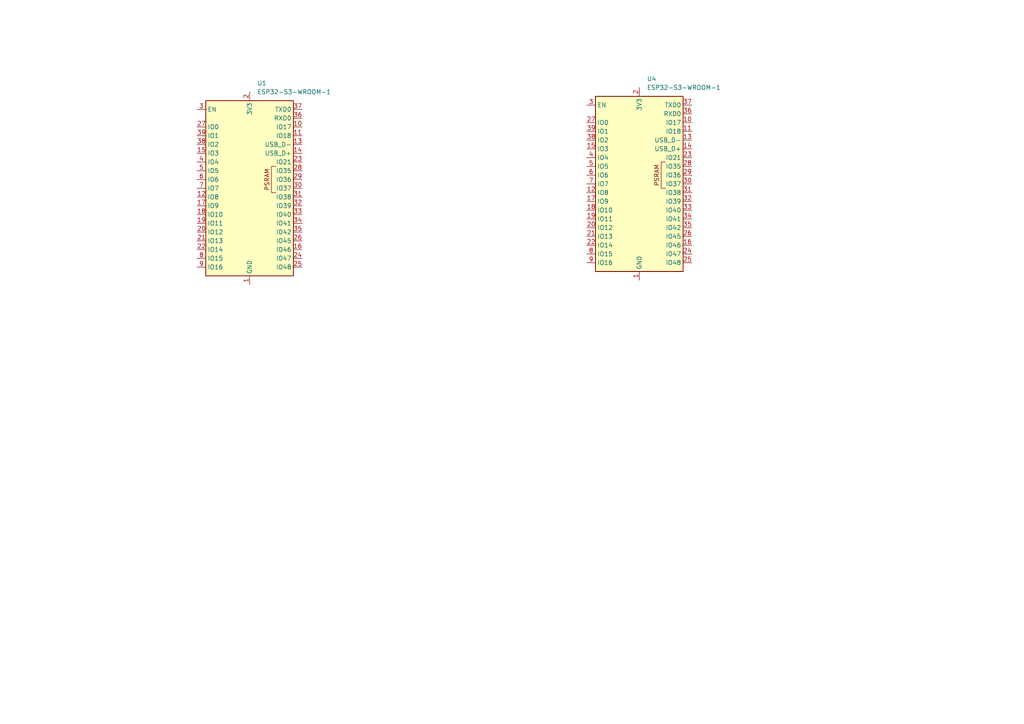
<source format=kicad_sch>
(kicad_sch (version 20231120) (generator "eeschema") (generator_version "8.0")
  (paper "A4")
  (lib_symbols
    (symbol "RF_Module:ESP32-S3-WROOM-1"
      (property "Reference" "U" (at -12.7 26.67 0))
      (property "Value" "ESP32-S3-WROOM-1" (at 12.7 26.67 0))
      (symbol "ESP32-S3-WROOM-1_0_0"
        (rectangle (start -12.7 25.4) (end 12.7 -25.4) (stroke (width 0.254)) (fill (type background)))
        (text "PSRAM" (at 5.08 2.54 900) (effects (font (size 1.27 1.27))))
      )
      (symbol "ESP32-S3-WROOM-1_0_1"
        (polyline (pts (xy 7.62 -1.27) (xy 6.35 -1.27) (xy 6.35 6.35) (xy 7.62 6.35)))
      )
      (symbol "ESP32-S3-WROOM-1_1_1"
        (pin power_in line (at 0 -27.94 90) (length 2.54) (name "GND") (number "1"))
        (pin bidirectional line (at 15.24 17.78 180) (length 2.54) (name "IO17") (number "10"))
        (pin bidirectional line (at 15.24 15.24 180) (length 2.54) (name "IO18") (number "11"))
        (pin bidirectional line (at -15.24 -2.54 0) (length 2.54) (name "IO8") (number "12"))
        (pin bidirectional line (at 15.24 12.7 180) (length 2.54) (name "USB_D-") (number "13"))
        (pin bidirectional line (at 15.24 10.16 180) (length 2.54) (name "USB_D+") (number "14"))
        (pin bidirectional line (at -15.24 10.16 0) (length 2.54) (name "IO3") (number "15"))
        (pin bidirectional line (at 15.24 -17.78 180) (length 2.54) (name "IO46") (number "16"))
        (pin bidirectional line (at -15.24 -5.08 0) (length 2.54) (name "IO9") (number "17"))
        (pin bidirectional line (at -15.24 -7.62 0) (length 2.54) (name "IO10") (number "18"))
        (pin bidirectional line (at -15.24 -10.16 0) (length 2.54) (name "IO11") (number "19"))
        (pin power_in line (at 0 27.94 270) (length 2.54) (name "3V3") (number "2"))
        (pin bidirectional line (at -15.24 -12.7 0) (length 2.54) (name "IO12") (number "20"))
        (pin bidirectional line (at -15.24 -15.24 0) (length 2.54) (name "IO13") (number "21"))
        (pin bidirectional line (at -15.24 -17.78 0) (length 2.54) (name "IO14") (number "22"))
        (pin bidirectional line (at 15.24 7.62 180) (length 2.54) (name "IO21") (number "23"))
        (pin bidirectional line (at 15.24 -20.32 180) (length 2.54) (name "IO47") (number "24"))
        (pin bidirectional line (at 15.24 -22.86 180) (length 2.54) (name "IO48") (number "25"))
        (pin bidirectional line (at 15.24 -15.24 180) (length 2.54) (name "IO45") (number "26"))
        (pin bidirectional line (at -15.24 17.78 0) (length 2.54) (name "IO0") (number "27"))
        (pin bidirectional line (at 15.24 5.08 180) (length 2.54) (name "IO35") (number "28"))
        (pin bidirectional line (at 15.24 2.54 180) (length 2.54) (name "IO36") (number "29"))
        (pin input line (at -15.24 22.86 0) (length 2.54) (name "EN") (number "3"))
        (pin bidirectional line (at 15.24 0 180) (length 2.54) (name "IO37") (number "30"))
        (pin bidirectional line (at 15.24 -2.54 180) (length 2.54) (name "IO38") (number "31"))
        (pin bidirectional line (at 15.24 -5.08 180) (length 2.54) (name "IO39") (number "32"))
        (pin bidirectional line (at 15.24 -7.62 180) (length 2.54) (name "IO40") (number "33"))
        (pin bidirectional line (at 15.24 -10.16 180) (length 2.54) (name "IO41") (number "34"))
        (pin bidirectional line (at 15.24 -12.7 180) (length 2.54) (name "IO42") (number "35"))
        (pin bidirectional line (at 15.24 20.32 180) (length 2.54) (name "RXD0") (number "36"))
        (pin bidirectional line (at 15.24 22.86 180) (length 2.54) (name "TXD0") (number "37"))
        (pin bidirectional line (at -15.24 12.7 0) (length 2.54) (name "IO2") (number "38"))
        (pin bidirectional line (at -15.24 15.24 0) (length 2.54) (name "IO1") (number "39"))
        (pin bidirectional line (at -15.24 7.62 0) (length 2.54) (name "IO4") (number "4"))
        (pin passive line (at 0 -27.94 90) (length 2.54) hide (name "GND") (number "40"))
        (pin passive line (at 0 -27.94 90) (length 2.54) hide (name "GND") (number "41"))
        (pin bidirectional line (at -15.24 5.08 0) (length 2.54) (name "IO5") (number "5"))
        (pin bidirectional line (at -15.24 2.54 0) (length 2.54) (name "IO6") (number "6"))
        (pin bidirectional line (at -15.24 0 0) (length 2.54) (name "IO7") (number "7"))
        (pin bidirectional line (at -15.24 -20.32 0) (length 2.54) (name "IO15") (number "8"))
        (pin bidirectional line (at -15.24 -22.86 0) (length 2.54) (name "IO16") (number "9"))
      )
    )
  )
  (symbol (lib_id "RF_Module:ESP32-S3-WROOM-1") (at 72.39 54.61 0) (unit 1)
    (property "Reference" "U1" (at 74.5841 24.13 0) (effects (justify left)))
    (property "Value" "ESP32-S3-WROOM-1" (at 74.5841 26.67 0) (effects (justify left)))
    (property "Footprint" "RF_Module:ESP32-S3-WROOM-1" (effects (hide yes)))
    (property "Datasheet" "https://www.espressif.com/sites/default/files/documentation/esp32-s3-wroom-1_wroom-1u_datasheet_en.pdf" (effects (hide yes)))
    (property "Description" "RF Module, ESP32-S3 SoC, Wi-Fi 802.11b/g/n, Bluetooth, BLE, 32-bit, 3.3V, onboard antenna, SMD" (effects (hide yes)))
  )
  (symbol (lib_id "RF_Module:ESP32-S3-WROOM-1") (at 185.42 53.34 0) (unit 1)
    (property "Reference" "U4" (at 187.6141 22.86 0) (effects (justify left)))
    (property "Value" "ESP32-S3-WROOM-1" (at 187.6141 25.4 0) (effects (justify left)))
    (property "Footprint" "RF_Module:ESP32-S3-WROOM-1" (effects (hide yes)))
    (property "Datasheet" "https://www.espressif.com/sites/default/files/documentation/esp32-s3-wroom-1_wroom-1u_datasheet_en.pdf" (effects (hide yes)))
    (property "Description" "RF Module, ESP32-S3 SoC, Wi-Fi 802.11b/g/n, Bluetooth, BLE, 32-bit, 3.3V, onboard antenna, SMD" (effects (hide yes)))
  )
)
</source>
